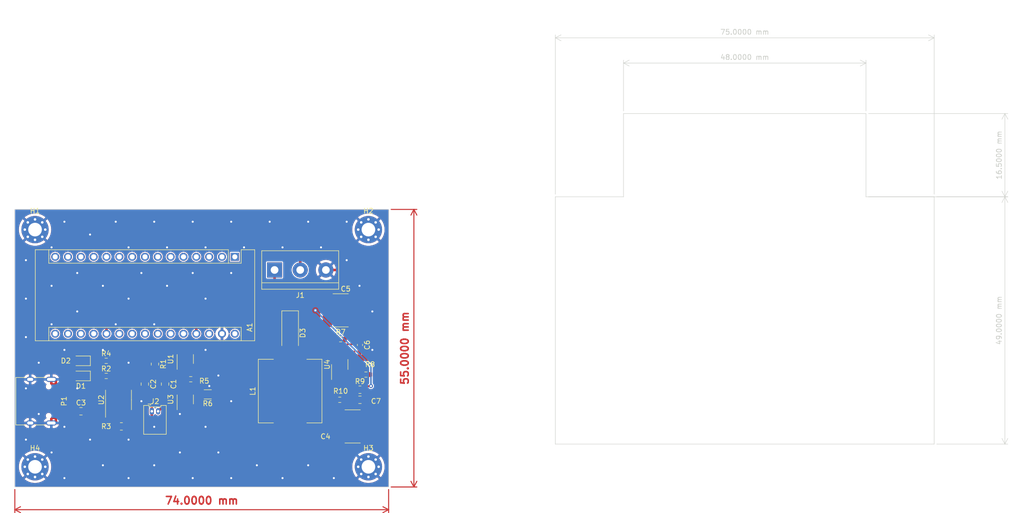
<source format=kicad_pcb>
(kicad_pcb (version 20211014) (generator pcbnew)
  (layers (0 "F.Cu" signal) (31 "B.Cu" signal) (34 "B.Paste" user) (35 "F.Paste" user) (36 "B.SilkS" user "B.Silkscreen") (37 "F.SilkS" user "F.Silkscreen") (38 "B.Mask" user) (39 "F.Mask" user) (44 "Edge.Cuts" user))
  (net 0 "")
  (net 20 "Net-(A1-Pad20)")
  (net 27 "/Vout")
  (net 29 "GND")
  (net 31 "Net-(C1-Pad1)")
  (net 32 "BAT-")
  (net 33 "BAT+")
  (net 34 "VIN")
  (net 35 "Net-(C6-Pad1)")
  (net 36 "Net-(C7-Pad2)")
  (net 37 "Net-(D1-Pad1)")
  (net 38 "Net-(D2-Pad1)")
  (net 39 "/L1")
  (net 44 "Net-(R2-Pad2)")
  (net 45 "Net-(R3-Pad1)")
  (net 46 "Net-(R4-Pad2)")
  (net 47 "Net-(R5-Pad2)")
  (net 48 "/OC")
  (net 49 "/G2")
  (net 50 "Net-(R8-Pad2)")
  (net 51 "/G1")
  (footprint "Module:Arduino_Nano" (layer "F.Cu") (at 70.05 82.39 -90)
    (fp_text reference "A1" (at 13.97 -2.95 90) (layer "F.SilkS"))
    (fp_text value "Arduino_Nano_v3.x")
    (pad "1" thru_hole rect (at 0 0 270) (size 1.6 1.6) (drill 1) (layers *.Cu *.Mask))
    (pad "2" thru_hole oval (at 0 2.54 270) (size 1.6 1.6) (drill 1) (layers *.Cu *.Mask))
    (pad "3" thru_hole oval (at 0 5.08 270) (size 1.6 1.6) (drill 1) (layers *.Cu *.Mask))
    (pad "4" thru_hole oval (at 0 7.62 270) (size 1.6 1.6) (drill 1) (layers *.Cu *.Mask))
    (pad "5" thru_hole oval (at 0 10.16 270) (size 1.6 1.6) (drill 1) (layers *.Cu *.Mask))
    (pad "6" thru_hole oval (at 0 12.7 270) (size 1.6 1.6) (drill 1) (layers *.Cu *.Mask))
    (pad "7" thru_hole oval (at 0 15.24 270) (size 1.6 1.6) (drill 1) (layers *.Cu *.Mask))
    (pad "8" thru_hole oval (at 0 17.78 270) (size 1.6 1.6) (drill 1) (layers *.Cu *.Mask))
    (pad "9" thru_hole oval (at 0 20.32 270) (size 1.6 1.6) (drill 1) (layers *.Cu *.Mask))
    (pad "10" thru_hole oval (at 0 22.86 270) (size 1.6 1.6) (drill 1) (layers *.Cu *.Mask))
    (pad "11" thru_hole oval (at 0 25.4 270) (size 1.6 1.6) (drill 1) (layers *.Cu *.Mask))
    (pad "12" thru_hole oval (at 0 27.94 270) (size 1.6 1.6) (drill 1) (layers *.Cu *.Mask))
    (pad "13" thru_hole oval (at 0 30.48 270) (size 1.6 1.6) (drill 1) (layers *.Cu *.Mask))
    (pad "14" thru_hole oval (at 0 33.02 270) (size 1.6 1.6) (drill 1) (layers *.Cu *.Mask))
    (pad "15" thru_hole oval (at 0 35.56 270) (size 1.6 1.6) (drill 1) (layers *.Cu *.Mask))
    (pad "16" thru_hole oval (at 15.24 35.56 270) (size 1.6 1.6) (drill 1) (layers *.Cu *.Mask))
    (pad "17" thru_hole oval (at 15.24 33.02 270) (size 1.6 1.6) (drill 1) (layers *.Cu *.Mask))
    (pad "18" thru_hole oval (at 15.24 30.48 270) (size 1.6 1.6) (drill 1) (layers *.Cu *.Mask))
    (pad "19" thru_hole oval (at 15.24 27.94 270) (size 1.6 1.6) (drill 1) (layers *.Cu *.Mask))
    (pad "20" thru_hole oval (at 15.24 25.4 270) (size 1.6 1.6) (drill 1) (layers *.Cu *.Mask) (net 20 "Net-(A1-Pad20)"))
    (pad "21" thru_hole oval (at 15.24 22.86 270) (size 1.6 1.6) (drill 1) (layers *.Cu *.Mask))
    (pad "22" thru_hole oval (at 15.24 20.32 270) (size 1.6 1.6) (drill 1) (layers *.Cu *.Mask))
    (pad "23" thru_hole oval (at 15.24 17.78 270) (size 1.6 1.6) (drill 1) (layers *.Cu *.Mask))
    (pad "24" thru_hole oval (at 15.24 15.24 270) (size 1.6 1.6) (drill 1) (layers *.Cu *.Mask))
    (pad "25" thru_hole oval (at 15.24 12.7 270) (size 1.6 1.6) (drill 1) (layers *.Cu *.Mask))
    (pad "26" thru_hole oval (at 15.24 10.16 270) (size 1.6 1.6) (drill 1) (layers *.Cu *.Mask))
    (pad "27" thru_hole oval (at 15.24 7.62 270) (size 1.6 1.6) (drill 1) (layers *.Cu *.Mask) (net 27 "/Vout"))
    (pad "28" thru_hole oval (at 15.24 5.08 270) (size 1.6 1.6) (drill 1) (layers *.Cu *.Mask))
    (pad "29" thru_hole oval (at 15.24 2.54 270) (size 1.6 1.6) (drill 1) (layers *.Cu *.Mask) (net 29 "GND"))
    (pad "30" thru_hole oval (at 15.24 0 270) (size 1.6 1.6) (drill 1) (layers *.Cu *.Mask))
  )
  (footprint "Package_SO:VSSOP-8_3.0x3.0mm_P0.65mm" (layer "F.Cu") (at 90.825 103.725 90)
    (fp_text reference "U4" (at 0 -2.5 90) (layer "F.SilkS"))
    (fp_text value "LM2621")
    (pad "1" smd rect (at -2.2 -0.975) (size 0.45 1.45) (layers "F.Cu" "F.Paste" "F.Mask") (net 29 "GND"))
    (pad "2" smd rect (at -2.2 -0.325) (size 0.45 1.45) (layers "F.Cu" "F.Paste" "F.Mask") (net 35 "Net-(C6-Pad1)"))
    (pad "3" smd rect (at -2.2 0.325) (size 0.45 1.45) (layers "F.Cu" "F.Paste" "F.Mask") (net 50 "Net-(R8-Pad2)"))
    (pad "4" smd rect (at -2.2 0.975) (size 0.45 1.45) (layers "F.Cu" "F.Paste" "F.Mask") (net 36 "Net-(C7-Pad2)"))
    (pad "5" smd rect (at 2.2 0.975) (size 0.45 1.45) (layers "F.Cu" "F.Paste" "F.Mask") (net 29 "GND"))
    (pad "6" smd rect (at 2.2 0.325) (size 0.45 1.45) (layers "F.Cu" "F.Paste" "F.Mask") (net 35 "Net-(C6-Pad1)"))
    (pad "7" smd rect (at 2.2 -0.325) (size 0.45 1.45) (layers "F.Cu" "F.Paste" "F.Mask") (net 27 "/Vout"))
    (pad "8" smd rect (at 2.2 -0.975) (size 0.45 1.45) (layers "F.Cu" "F.Paste" "F.Mask") (net 39 "/L1"))
  )
  (footprint "Resistor_SMD:R_0603_1608Metric_Pad0.98x0.95mm_HandSolder" (layer "F.Cu") (at 61.330961 106.65 180)
    (fp_text reference "R5" (at -2.669039 -0.35) (layer "F.SilkS"))
    (fp_text value "1k")
    (pad "1" smd roundrect (at -0.9125 0 180) (size 0.975 0.95) (layers "F.Cu" "F.Paste" "F.Mask") (net 29 "GND"))
    (pad "2" smd roundrect (at 0.9125 0 180) (size 0.975 0.95) (layers "F.Cu" "F.Paste" "F.Mask") (net 47 "Net-(R5-Pad2)"))
  )
  (footprint "Inductor_SMD:L_12x12mm_H8mm" (layer "F.Cu") (at 81 109 90)
    (fp_text reference "L1" (at 0 -7.4 90) (layer "F.SilkS"))
    (fp_text value "6,8uH")
    (pad "1" smd rect (at -4.95 0 90) (size 2.9 5.4) (layers "F.Cu" "F.Paste" "F.Mask") (net 33 "BAT+"))
    (pad "2" smd rect (at 4.95 0 90) (size 2.9 5.4) (layers "F.Cu" "F.Paste" "F.Mask") (net 39 "/L1"))
  )
  (footprint "Capacitor_SMD:C_2225_5664Metric_Pad1.80x6.60mm_HandSolder" (layer "F.Cu") (at 93.375 116)
    (fp_text reference "C4" (at -5.375 2) (layer "F.SilkS"))
    (fp_text value "22uF")
    (pad "1" smd roundrect (at -2.625 0) (size 1.8 6.6) (layers "F.Cu" "F.Paste" "F.Mask") (roundrect_rratio 0.138889) (net 33 "BAT+"))
    (pad "2" smd roundrect (at 2.625 0) (size 1.8 6.6) (layers "F.Cu" "F.Paste" "F.Mask") (roundrect_rratio 0.138889) (net 29 "GND"))
  )
  (footprint "Capacitor_SMD:C_0805_2012Metric_Pad1.18x1.45mm_HandSolder" (layer "F.Cu") (at 39.593461 113)
    (fp_text reference "C3" (at 0 -1.68) (layer "F.SilkS"))
    (fp_text value "0.1uF")
    (pad "1" smd roundrect (at -1.0375 0) (size 1.175 1.45) (layers "F.Cu" "F.Paste" "F.Mask") (roundrect_rratio 0.212766) (net 34 "VIN"))
    (pad "2" smd roundrect (at 1.0375 0) (size 1.175 1.45) (layers "F.Cu" "F.Paste" "F.Mask") (roundrect_rratio 0.212766) (net 29 "GND"))
  )
  (footprint "Resistor_SMD:R_0603_1608Metric_Pad0.98x0.95mm_HandSolder" (layer "F.Cu") (at 44.593461 103)
    (fp_text reference "R4" (at 0 -1.43) (layer "F.SilkS"))
    (fp_text value "1k")
    (pad "1" smd roundrect (at -0.9125 0) (size 0.975 0.95) (layers "F.Cu" "F.Paste" "F.Mask") (net 38 "Net-(D2-Pad1)"))
    (pad "2" smd roundrect (at 0.9125 0) (size 0.975 0.95) (layers "F.Cu" "F.Paste" "F.Mask") (net 46 "Net-(R4-Pad2)"))
  )
  (footprint "Resistor_SMD:R_0805_2012Metric_Pad1.20x1.40mm_HandSolder" (layer "F.Cu") (at 94.825 108.725)
    (fp_text reference "R9" (at 0 -1.65) (layer "F.SilkS"))
    (fp_text value "150K")
    (pad "1" smd roundrect (at -1 0) (size 1.2 1.4) (layers "F.Cu" "F.Paste" "F.Mask") (roundrect_rratio 0.208333) (net 36 "Net-(C7-Pad2)"))
    (pad "2" smd roundrect (at 1 0) (size 1.2 1.4) (layers "F.Cu" "F.Paste" "F.Mask") (roundrect_rratio 0.208333) (net 27 "/Vout"))
  )
  (footprint "Resistor_SMD:R_0805_2012Metric_Pad1.20x1.40mm_HandSolder" (layer "F.Cu") (at 54.243461 103.65 -90)
    (fp_text reference "R1" (at 0 -1.65 90) (layer "F.SilkS"))
    (fp_text value "100")
    (pad "1" smd roundrect (at -1 0 270) (size 1.2 1.4) (layers "F.Cu" "F.Paste" "F.Mask") (roundrect_rratio 0.208333) (net 33 "BAT+"))
    (pad "2" smd roundrect (at 1 0 270) (size 1.2 1.4) (layers "F.Cu" "F.Paste" "F.Mask") (roundrect_rratio 0.208333) (net 31 "Net-(C1-Pad1)"))
  )
  (footprint "Package_TO_SOT_SMD:SOT-23-6_Handsoldering" (layer "F.Cu") (at 60.243461 110.65 90)
    (fp_text reference "U3" (at 0 -2.9 90) (layer "F.SilkS"))
    (fp_text value "FS8205A")
    (pad "1" smd rect (at -1.35 -0.95 90) (size 1.56 0.65) (layers "F.Cu" "F.Paste" "F.Mask") (net 32 "BAT-"))
    (pad "2" smd rect (at -1.35 0 90) (size 1.56 0.65) (layers "F.Cu" "F.Paste" "F.Mask"))
    (pad "3" smd rect (at -1.35 0.95 90) (size 1.56 0.65) (layers "F.Cu" "F.Paste" "F.Mask") (net 29 "GND"))
    (pad "4" smd rect (at 1.35 0.95 90) (size 1.56 0.65) (layers "F.Cu" "F.Paste" "F.Mask") (net 49 "/G2"))
    (pad "5" smd rect (at 1.35 0 90) (size 1.56 0.65) (layers "F.Cu" "F.Paste" "F.Mask"))
    (pad "6" smd rect (at 1.35 -0.95 90) (size 1.56 0.65) (layers "F.Cu" "F.Paste" "F.Mask") (net 51 "/G1"))
  )
  (footprint "Capacitor_SMD:C_0805_2012Metric_Pad1.18x1.45mm_HandSolder" (layer "F.Cu") (at 56.243461 107.6125 -90)
    (fp_text reference "C1" (at 0 -1.68 90) (layer "F.SilkS"))
    (fp_text value "0.1uF")
    (pad "1" smd roundrect (at -1.0375 0 270) (size 1.175 1.45) (layers "F.Cu" "F.Paste" "F.Mask") (roundrect_rratio 0.212766) (net 31 "Net-(C1-Pad1)"))
    (pad "2" smd roundrect (at 1.0375 0 270) (size 1.175 1.45) (layers "F.Cu" "F.Paste" "F.Mask") (roundrect_rratio 0.212766) (net 32 "BAT-"))
  )
  (footprint "Package_SO:SOIC-8-1EP_3.9x4.9mm_P1.27mm_EP2.29x3mm" (layer "F.Cu") (at 47.023461 110.75 90)
    (fp_text reference "U2" (at 0 -3.4 90) (layer "F.SilkS"))
    (fp_text value "TP4056")
    (pad "1" smd roundrect (at -2.475 -1.905 90) (size 1.95 0.6) (layers "F.Cu" "F.Paste" "F.Mask") (net 29 "GND"))
    (pad "2" smd roundrect (at -2.475 -0.635 90) (size 1.95 0.6) (layers "F.Cu" "F.Paste" "F.Mask") (net 45 "Net-(R3-Pad1)"))
    (pad "3" smd roundrect (at -2.475 0.635 90) (size 1.95 0.6) (layers "F.Cu" "F.Paste" "F.Mask") (net 29 "GND"))
    (pad "4" smd roundrect (at -2.475 1.905 90) (size 1.95 0.6) (layers "F.Cu" "F.Paste" "F.Mask") (net 34 "VIN"))
    (pad "5" smd roundrect (at 2.475 1.905 90) (size 1.95 0.6) (layers "F.Cu" "F.Paste" "F.Mask") (net 33 "BAT+"))
    (pad "6" smd roundrect (at 2.475 0.635 90) (size 1.95 0.6) (layers "F.Cu" "F.Paste" "F.Mask") (net 46 "Net-(R4-Pad2)"))
    (pad "7" smd roundrect (at 2.475 -0.635 90) (size 1.95 0.6) (layers "F.Cu" "F.Paste" "F.Mask") (net 44 "Net-(R2-Pad2)"))
    (pad "8" smd roundrect (at 2.475 -1.905 90) (size 1.95 0.6) (layers "F.Cu" "F.Paste" "F.Mask") (net 34 "VIN"))
    (pad "9" smd rect (at 0 0 90) (size 2.29 3) (layers "F.Cu" "F.Mask") (net 34 "VIN"))
  )
  (footprint "Connector_Molex:Molex_PicoBlade_53048-0210_1x02_P1.25mm_Horizontal" (layer "F.Cu") (at 53.618461 113)
    (fp_text reference "J2" (at 0.62 -1.95) (layer "F.SilkS"))
    (fp_text value "Conn_01x02_Female")
    (pad "1" thru_hole roundrect (at 0 0) (size 0.8 1.3) (drill 0.5) (layers *.Cu *.Mask) (net 33 "BAT+"))
    (pad "2" thru_hole oval (at 1.25 0) (size 0.8 1.3) (drill 0.5) (layers *.Cu *.Mask) (net 32 "BAT-"))
  )
  (footprint "MountingHole:MountingHole_2.7mm_Pad_Via" (layer "F.Cu") (at 96.5 77)
    (fp_text reference "H2" (at 0 -3.7) (layer "F.SilkS"))
    (fp_text value "MountingHole_Pad")
    (pad "1" thru_hole circle (at -2.025 0) (size 0.8 0.8) (drill 0.5) (layers *.Cu *.Mask) (net 29 "GND"))
    (pad "1" thru_hole circle (at -1.431891 -1.431891) (size 0.8 0.8) (drill 0.5) (layers *.Cu *.Mask) (net 29 "GND"))
    (pad "1" thru_hole circle (at 2.025 0) (size 0.8 0.8) (drill 0.5) (layers *.Cu *.Mask) (net 29 "GND"))
    (pad "1" thru_hole circle (at 0 0) (size 5.4 5.4) (drill 2.7) (layers *.Cu *.Mask) (net 29 "GND"))
    (pad "1" thru_hole circle (at -1.431891 1.431891) (size 0.8 0.8) (drill 0.5) (layers *.Cu *.Mask) (net 29 "GND"))
    (pad "1" thru_hole circle (at 1.431891 -1.431891) (size 0.8 0.8) (drill 0.5) (layers *.Cu *.Mask) (net 29 "GND"))
    (pad "1" thru_hole circle (at 0 2.025) (size 0.8 0.8) (drill 0.5) (layers *.Cu *.Mask) (net 29 "GND"))
    (pad "1" thru_hole circle (at 1.431891 1.431891) (size 0.8 0.8) (drill 0.5) (layers *.Cu *.Mask) (net 29 "GND"))
    (pad "1" thru_hole circle (at 0 -2.025) (size 0.8 0.8) (drill 0.5) (layers *.Cu *.Mask) (net 29 "GND"))
  )
  (footprint "Capacitor_SMD:C_2225_5664Metric_Pad1.80x6.60mm_HandSolder" (layer "F.Cu") (at 91 93)
    (fp_text reference "C5" (at 1 -4.25) (layer "F.SilkS"))
    (fp_text value "68uF")
    (pad "1" smd roundrect (at -2.625 0) (size 1.8 6.6) (layers "F.Cu" "F.Paste" "F.Mask") (roundrect_rratio 0.138889) (net 27 "/Vout"))
    (pad "2" smd roundrect (at 2.625 0) (size 1.8 6.6) (layers "F.Cu" "F.Paste" "F.Mask") (roundrect_rratio 0.138889) (net 29 "GND"))
  )
  (footprint "Connector_USB:USB_C_Receptacle_HRO_TYPE-C-31-M-12" (layer "F.Cu") (at 30.593461 111 -90)
    (fp_text reference "P1" (at 0 -5.645 90) (layer "F.SilkS"))
    (fp_text value "USB_C_Plug_USB2.0")
    (pad "" np_thru_hole circle (at 2.89 -2.6 270) (size 0.65 0.65) (drill 0.65) (layers *.Cu *.Mask))
    (pad "" np_thru_hole circle (at -2.89 -2.6 270) (size 0.65 0.65) (drill 0.65) (layers *.Cu *.Mask))
    (pad "A1" smd rect (at -3.25 -4.045 270) (size 0.6 1.45) (layers "F.Cu" "F.Paste" "F.Mask") (net 29 "GND"))
    (pad "A4" smd rect (at -2.45 -4.045 270) (size 0.6 1.45) (layers "F.Cu" "F.Paste" "F.Mask") (net 34 "VIN"))
    (pad "A5" smd rect (at -1.25 -4.045 270) (size 0.3 1.45) (layers "F.Cu" "F.Paste" "F.Mask"))
    (pad "A6" smd rect (at -0.25 -4.045 270) (size 0.3 1.45) (layers "F.Cu" "F.Paste" "F.Mask"))
    (pad "A7" smd rect (at 0.25 -4.045 270) (size 0.3 1.45) (layers "F.Cu" "F.Paste" "F.Mask"))
    (pad "A8" smd rect (at 1.25 -4.045 270) (size 0.3 1.45) (layers "F.Cu" "F.Paste" "F.Mask"))
    (pad "A9" smd rect (at 2.45 -4.045 270) (size 0.6 1.45) (layers "F.Cu" "F.Paste" "F.Mask") (net 34 "VIN"))
    (pad "A12" smd rect (at 3.25 -4.045 270) (size 0.6 1.45) (layers "F.Cu" "F.Paste" "F.Mask") (net 29 "GND"))
    (pad "B1" smd rect (at 3.25 -4.045 270) (size 0.6 1.45) (layers "F.Cu" "F.Paste" "F.Mask") (net 29 "GND"))
    (pad "B4" smd rect (at 2.45 -4.045 270) (size 0.6 1.45) (layers "F.Cu" "F.Paste" "F.Mask") (net 34 "VIN"))
    (pad "B5" smd rect (at 1.75 -4.045 270) (size 0.3 1.45) (layers "F.Cu" "F.Paste" "F.Mask"))
    (pad "B6" smd rect (at 0.75 -4.045 270) (size 0.3 1.45) (layers "F.Cu" "F.Paste" "F.Mask"))
    (pad "B7" smd rect (at -0.75 -4.045 270) (size 0.3 1.45) (layers "F.Cu" "F.Paste" "F.Mask"))
    (pad "B8" smd rect (at -1.75 -4.045 270) (size 0.3 1.45) (layers "F.Cu" "F.Paste" "F.Mask"))
    (pad "B9" smd rect (at -2.45 -4.045 270) (size 0.6 1.45) (layers "F.Cu" "F.Paste" "F.Mask") (net 34 "VIN"))
    (pad "B12" smd rect (at -3.25 -4.045 270) (size 0.6 1.45) (layers "F.Cu" "F.Paste" "F.Mask") (net 29 "GND"))
    (pad "S1" thru_hole oval (at -4.32 1.05 270) (size 1 1.6) (drill oval 0.6 1.2) (layers *.Cu *.Mask) (net 29 "GND"))
    (pad "S1" thru_hole oval (at -4.32 -3.13 270) (size 1 2.1) (drill oval 0.6 1.7) (layers *.Cu *.Mask) (net 29 "GND"))
    (pad "S1" thru_hole oval (at 4.32 1.05 270) (size 1 1.6) (drill oval 0.6 1.2) (layers *.Cu *.Mask) (net 29 "GND"))
    (pad "S1" thru_hole oval (at 4.32 -3.13 270) (size 1 2.1) (drill oval 0.6 1.7) (layers *.Cu *.Mask) (net 29 "GND"))
  )
  (footprint "TerminalBlock:TerminalBlock_bornier-3_P5.08mm" (layer "F.Cu") (at 77.92 85)
    (fp_text reference "J1" (at 5.08 5) (layer "F.SilkS"))
    (fp_text value "Screw_Terminal_01x03")
    (pad "1" thru_hole rect (at 0 0) (size 3 3) (drill 1.52) (layers *.Cu *.Mask) (net 27 "/Vout"))
    (pad "2" thru_hole circle (at 5.08 0) (size 3 3) (drill 1.52) (layers *.Cu *.Mask) (net 20 "Net-(A1-Pad20)"))
    (pad "3" thru_hole circle (at 10.16 0) (size 3 3) (drill 1.52) (layers *.Cu *.Mask) (net 29 "GND"))
  )
  (footprint "Capacitor_SMD:C_0603_1608Metric_Pad1.08x0.95mm_HandSolder" (layer "F.Cu") (at 94.825 99.8625 -90)
    (fp_text reference "C6" (at 0 -1.43 -270) (layer "F.SilkS"))
    (fp_text value "100nF")
    (pad "1" smd roundrect (at -0.8625 0 270) (size 1.075 0.95) (layers "F.Cu" "F.Paste" "F.Mask") (net 35 "Net-(C6-Pad1)"))
    (pad "2" smd roundrect (at 0.8625 0 270) (size 1.075 0.95) (layers "F.Cu" "F.Paste" "F.Mask") (net 29 "GND"))
  )
  (footprint "Capacitor_SMD:C_0805_2012Metric_Pad1.18x1.45mm_HandSolder" (layer "F.Cu") (at 94.825 110.725 180)
    (fp_text reference "C7" (at -3.175 -0.275) (layer "F.SilkS"))
    (fp_text value "39pF")
    (pad "1" smd roundrect (at -1.0375 0 180) (size 1.175 1.45) (layers "F.Cu" "F.Paste" "F.Mask") (roundrect_rratio 0.212766) (net 27 "/Vout"))
    (pad "2" smd roundrect (at 1.0375 0 180) (size 1.175 1.45) (layers "F.Cu" "F.Paste" "F.Mask") (roundrect_rratio 0.212766) (net 36 "Net-(C7-Pad2)"))
  )
  (footprint "MountingHole:MountingHole_2.7mm_Pad_Via" (layer "F.Cu") (at 30.5 77)
    (fp_text reference "H1" (at 0 -3.7) (layer "F.SilkS"))
    (fp_text value "MountingHole_Pad")
    (pad "1" thru_hole circle (at -2.025 0) (size 0.8 0.8) (drill 0.5) (layers *.Cu *.Mask) (net 29 "GND"))
    (pad "1" thru_hole circle (at -1.431891 -1.431891) (size 0.8 0.8) (drill 0.5) (layers *.Cu *.Mask) (net 29 "GND"))
    (pad "1" thru_hole circle (at 1.431891 1.431891) (size 0.8 0.8) (drill 0.5) (layers *.Cu *.Mask) (net 29 "GND"))
    (pad "1" thru_hole circle (at 0 -2.025) (size 0.8 0.8) (drill 0.5) (layers *.Cu *.Mask) (net 29 "GND"))
    (pad "1" thru_hole circle (at -1.431891 1.431891) (size 0.8 0.8) (drill 0.5) (layers *.Cu *.Mask) (net 29 "GND"))
    (pad "1" thru_hole circle (at 0 0) (size 5.4 5.4) (drill 2.7) (layers *.Cu *.Mask) (net 29 "GND"))
    (pad "1" thru_hole circle (at 2.025 0) (size 0.8 0.8) (drill 0.5) (layers *.Cu *.Mask) (net 29 "GND"))
    (pad "1" thru_hole circle (at 1.431891 -1.431891) (size 0.8 0.8) (drill 0.5) (layers *.Cu *.Mask) (net 29 "GND"))
    (pad "1" thru_hole circle (at 0 2.025) (size 0.8 0.8) (drill 0.5) (layers *.Cu *.Mask) (net 29 "GND"))
  )
  (footprint "Resistor_SMD:R_0603_1608Metric" (layer "F.Cu") (at 91 98.725)
    (fp_text reference "R7" (at 0 -1.43) (layer "F.SilkS"))
    (fp_text value "500R")
    (pad "1" smd roundrect (at -0.825 0) (size 0.8 0.95) (layers "F.Cu" "F.Paste" "F.Mask") (net 27 "/Vout"))
    (pad "2" smd roundrect (at 0.825 0) (size 0.8 0.95) (layers "F.Cu" "F.Paste" "F.Mask") (net 35 "Net-(C6-Pad1)"))
  )
  (footprint "MountingHole:MountingHole_2.7mm_Pad_Via" (layer "F.Cu") (at 30.5 124)
    (fp_text reference "H4" (at 0 -3.7) (layer "F.SilkS"))
    (fp_text value "MountingHole_Pad")
    (pad "1" thru_hole circle (at 1.431891 -1.431891) (size 0.8 0.8) (drill 0.5) (layers *.Cu *.Mask) (net 29 "GND"))
    (pad "1" thru_hole circle (at -1.431891 1.431891) (size 0.8 0.8) (drill 0.5) (layers *.Cu *.Mask) (net 29 "GND"))
    (pad "1" thru_hole circle (at 0 2.025) (size 0.8 0.8) (drill 0.5) (layers *.Cu *.Mask) (net 29 "GND"))
    (pad "1" thru_hole circle (at 1.431891 1.431891) (size 0.8 0.8) (drill 0.5) (layers *.Cu *.Mask) (net 29 "GND"))
    (pad "1" thru_hole circle (at 0 0) (size 5.4 5.4) (drill 2.7) (layers *.Cu *.Mask) (net 29 "GND"))
    (pad "1" thru_hole circle (at -1.431891 -1.431891) (size 0.8 0.8) (drill 0.5) (layers *.Cu *.Mask) (net 29 "GND"))
    (pad "1" thru_hole circle (at -2.025 0) (size 0.8 0.8) (drill 0.5) (layers *.Cu *.Mask) (net 29 "GND"))
    (pad "1" thru_hole circle (at 0 -2.025) (size 0.8 0.8) (drill 0.5) (layers *.Cu *.Mask) (net 29 "GND"))
    (pad "1" thru_hole circle (at 2.025 0) (size 0.8 0.8) (drill 0.5) (layers *.Cu *.Mask) (net 29 "GND"))
  )
  (footprint "MountingHole:MountingHole_2.7mm_Pad_Via" (layer "F.Cu") (at 96.5 124)
    (fp_text reference "H3" (at 0 -3.7) (layer "F.SilkS"))
    (fp_text value "MountingHole_Pad")
    (pad "1" thru_hole circle (at -1.431891 1.431891) (size 0.8 0.8) (drill 0.5) (layers *.Cu *.Mask) (net 29 "GND"))
    (pad "1" thru_hole circle (at 0 2.025) (size 0.8 0.8) (drill 0.5) (layers *.Cu *.Mask) (net 29 "GND"))
    (pad "1" thru_hole circle (at 0 -2.025) (size 0.8 0.8) (drill 0.5) (layers *.Cu *.Mask) (net 29 "GND"))
    (pad "1" thru_hole circle (at -2.025 0) (size 0.8 0.8) (drill 0.5) (layers *.Cu *.Mask) (net 29 "GND"))
    (pad "1" thru_hole circle (at 0 0) (size 5.4 5.4) (drill 2.7) (layers *.Cu *.Mask) (net 29 "GND"))
    (pad "1" thru_hole circle (at -1.431891 -1.431891) (size 0.8 0.8) (drill 0.5) (layers *.Cu *.Mask) (net 29 "GND"))
    (pad "1" thru_hole circle (at 1.431891 1.431891) (size 0.8 0.8) (drill 0.5) (layers *.Cu *.Mask) (net 29 "GND"))
    (pad "1" thru_hole circle (at 2.025 0) (size 0.8 0.8) (drill 0.5) (layers *.Cu *.Mask) (net 29 "GND"))
    (pad "1" thru_hole circle (at 1.431891 -1.431891) (size 0.8 0.8) (drill 0.5) (layers *.Cu *.Mask) (net 29 "GND"))
  )
  (footprint "Capacitor_SMD:C_0805_2012Metric_Pad1.18x1.45mm_HandSolder" (layer "F.Cu") (at 52.243461 107.6125 -90)
    (fp_text reference "C2" (at 0 -1.68 90) (layer "F.SilkS"))
    (fp_text value "10uF")
    (pad "1" smd roundrect (at -1.0375 0 270) (size 1.175 1.45) (layers "F.Cu" "F.Paste" "F.Mask") (roundrect_rratio 0.212766) (net 33 "BAT+"))
    (pad "2" smd roundrect (at 1.0375 0 270) (size 1.175 1.45) (layers "F.Cu" "F.Paste" "F.Mask") (roundrect_rratio 0.212766) (net 29 "GND"))
  )
  (footprint "Resistor_SMD:R_0805_2012Metric_Pad1.20x1.40mm_HandSolder" (layer "F.Cu") (at 47.593461 116)
    (fp_text reference "R3" (at -3 0) (layer "F.SilkS"))
    (fp_text value "10k")
    (pad "1" smd roundrect (at -1 0) (size 1.2 1.4) (layers "F.Cu" "F.Paste" "F.Mask") (roundrect_rratio 0.208333) (net 45 "Net-(R3-Pad1)"))
    (pad "2" smd roundrect (at 1 0) (size 1.2 1.4) (layers "F.Cu" "F.Paste" "F.Mask") (roundrect_rratio 0.208333) (net 29 "GND"))
  )
  (footprint "Package_TO_SOT_SMD:SOT-23-6_Handsoldering" (layer "F.Cu") (at 60.243461 102.65 90)
    (fp_text reference "U1" (at 0 -2.9 90) (layer "F.SilkS"))
    (fp_text value "DW01")
    (pad "1" smd rect (at -1.35 -0.95 90) (size 1.56 0.65) (layers "F.Cu" "F.Paste" "F.Mask") (net 51 "/G1"))
    (pad "2" smd rect (at -1.35 0 90) (size 1.56 0.65) (layers "F.Cu" "F.Paste" "F.Mask") (net 47 "Net-(R5-Pad2)"))
    (pad "3" smd rect (at -1.35 0.95 90) (size 1.56 0.65) (layers "F.Cu" "F.Paste" "F.Mask") (net 48 "/OC"))
    (pad "4" smd rect (at 1.35 0.95 90) (size 1.56 0.65) (layers "F.Cu" "F.Paste" "F.Mask"))
    (pad "5" smd rect (at 1.35 0 90) (size 1.56 0.65) (layers "F.Cu" "F.Paste" "F.Mask") (net 31 "Net-(C1-Pad1)"))
    (pad "6" smd rect (at 1.35 -0.95 90) (size 1.56 0.65) (layers "F.Cu" "F.Paste" "F.Mask") (net 32 "BAT-"))
  )
  (footprint "Resistor_SMD:R_0603_1608Metric" (layer "F.Cu") (at 96 105.725 180)
    (fp_text reference "R8" (at -0.825 2) (layer "F.SilkS"))
    (fp_text value "200K")
    (pad "1" smd roundrect (at -0.825 0 180) (size 0.8 0.95) (layers "F.Cu" "F.Paste" "F.Mask") (net 35 "Net-(C6-Pad1)"))
    (pad "2" smd roundrect (at 0.825 0 180) (size 0.8 0.95) (layers "F.Cu" "F.Paste" "F.Mask") (net 50 "Net-(R8-Pad2)"))
  )
  (footprint "Resistor_SMD:R_0603_1608Metric" (layer "F.Cu") (at 90.825 110.725 180)
    (fp_text reference "R10" (at -0.175 1.725 180) (layer "F.SilkS"))
    (fp_text value "50K")
    (pad "1" smd roundrect (at -0.825 0 180) (size 0.8 0.95) (layers "F.Cu" "F.Paste" "F.Mask") (net 36 "Net-(C7-Pad2)"))
    (pad "2" smd roundrect (at 0.825 0 180) (size 0.8 0.95) (layers "F.Cu" "F.Paste" "F.Mask") (net 29 "GND"))
  )
  (footprint "Diode_SMD:D_SMA_Handsoldering" (layer "F.Cu") (at 81 97.5 -90)
    (fp_text reference "D3" (at 0 -2.5 -270) (layer "F.SilkS"))
    (fp_text value "SS34")
    (pad "1" smd rect (at -2.5 0 270) (size 3.5 1.8) (layers "F.Cu" "F.Paste" "F.Mask") (net 27 "/Vout"))
    (pad "2" smd rect (at 2.5 0 270) (size 3.5 1.8) (layers "F.Cu" "F.Paste" "F.Mask") (net 39 "/L1"))
  )
  (footprint "LED_SMD:LED_0805_2012Metric_Pad1.15x1.40mm_HandSolder" (layer "F.Cu") (at 39.593461 103 180)
    (fp_text reference "D2" (at 3 0) (layer "F.SilkS"))
    (fp_text value "GREEN")
    (pad "1" smd roundrect (at -1.025 0 180) (size 1.15 1.4) (layers "F.Cu" "F.Paste" "F.Mask") (roundrect_rratio 0.217391) (net 38 "Net-(D2-Pad1)"))
    (pad "2" smd roundrect (at 1.025 0 180) (size 1.15 1.4) (layers "F.Cu" "F.Paste" "F.Mask") (roundrect_rratio 0.217391) (net 34 "VIN"))
  )
  (footprint "Resistor_SMD:R_0603_1608Metric_Pad0.98x0.95mm_HandSolder" (layer "F.Cu") (at 44.593461 106)
    (fp_text reference "R2" (at 0 -1.43) (layer "F.SilkS"))
    (fp_text value "1k")
    (pad "1" smd roundrect (at -0.9125 0) (size 0.975 0.95) (layers "F.Cu" "F.Paste" "F.Mask") (net 37 "Net-(D1-Pad1)"))
    (pad "2" smd roundrect (at 0.9125 0) (size 0.975 0.95) (layers "F.Cu" "F.Paste" "F.Mask") (net 44 "Net-(R2-Pad2)"))
  )
  (footprint "LED_SMD:LED_0805_2012Metric_Pad1.15x1.40mm_HandSolder" (layer "F.Cu") (at 39.593461 106 180)
    (fp_text reference "D1" (at 0 -2) (layer "F.SilkS"))
    (fp_text value "RED")
    (pad "1" smd roundrect (at -1.025 0 180) (size 1.15 1.4) (layers "F.Cu" "F.Paste" "F.Mask") (roundrect_rratio 0.217391) (net 37 "Net-(D1-Pad1)"))
    (pad "2" smd roundrect (at 1.025 0 180) (size 1.15 1.4) (layers "F.Cu" "F.Paste" "F.Mask") (roundrect_rratio 0.217391) (net 34 "VIN"))
  )
  (footprint "Resistor_SMD:R_1206_3216Metric_Pad1.30x1.75mm_HandSolder" (layer "F.Cu") (at 64.693461 109.65 180)
    (fp_text reference "R6" (at 0 -1.82) (layer "F.SilkS"))
    (fp_text value "0R")
    (pad "1" smd roundrect (at -1.55 0 180) (size 1.3 1.75) (layers "F.Cu" "F.Paste" "F.Mask") (roundrect_rratio 0.192308) (net 48 "/OC"))
    (pad "2" smd roundrect (at 1.55 0 180) (size 1.3 1.75) (layers "F.Cu" "F.Paste" "F.Mask") (roundrect_rratio 0.192308) (net 49 "/G2"))
  )
  (gr_line (start 147 54) (end 195 54) (layer "Edge.Cuts") (width 0.1))
  (gr_line (start 208.5 119.5) (end 133.5 119.5) (layer "Edge.Cuts") (width 0.1))
  (gr_line (start 195 70.5) (end 208.5 70.5) (layer "Edge.Cuts") (width 0.1))
  (gr_line (start 208.5 70.5) (end 208.5 119.5) (layer "Edge.Cuts") (width 0.1))
  (gr_line (start 195 54) (end 195 70.5) (layer "Edge.Cuts") (width 0.1))
  (gr_line (start 133.5 70.5) (end 147 70.5) (layer "Edge.Cuts") (width 0.1))
  (gr_rect (start 26.5 73) (end 100.5 128) (layer "Edge.Cuts") (width 0.1) (fill none))
  (gr_line (start 147 70.5) (end 147 54) (layer "Edge.Cuts") (width 0.1))
  (gr_line (start 133.5 119.5) (end 133.5 70.5) (layer "Edge.Cuts") (width 0.1))
  (dimension (type aligned) (layer "F.Cu") (pts (xy 26.5 128) (xy 100.5 128)) (height 4.499999) (gr_text "74,0000 mm" (at 63.5 130.699999) (layer "F.Cu") (effects (font (size 1.5 1.5) (thickness 0.3)))) (format (units 3) (units_format 1) (precision 4)) (style (thickness 0.2) (arrow_length 1.27) (text_position_mode 0) (extension_height 0.58642) (extension_offset 0.5) keep_text_aligned))
  (dimension (type aligned) (layer "F.Cu") (pts (xy 100.5 128) (xy 100.5 73)) (height 5) (gr_text "55,0000 mm" (at 103.7 100.5 90) (layer "F.Cu") (effects (font (size 1.5 1.5) (thickness 0.3)))) (format (units 3) (units_format 1) (precision 4)) (style (thickness 0.2) (arrow_length 1.27) (text_position_mode 0) (extension_height 0.58642) (extension_offset 0.5) keep_text_aligned))
  (dimension (type aligned) (layer "Edge.Cuts") (pts (xy 147 54) (xy 195 54)) (height -10) (gr_text "48,0000 mm" (at 171 42.85) (layer "Edge.Cuts") (effects (font (size 1 1) (thickness 0.15)))) (format (units 3) (units_format 1) (precision 4)) (style (thickness 0.1) (arrow_length 1.27) (text_position_mode 0) (extension_height 0.58642) (extension_offset 0.5) keep_text_aligned))
  (dimension (type aligned) (layer "Edge.Cuts") (pts (xy 133.5 70.5) (xy 208.5 70.5)) (height -31.5) (gr_text "75,0000 mm" (at 171 37.85) (layer "Edge.Cuts") (effects (font (size 1 1) (thickness 0.15)))) (format (units 3) (units_format 1) (precision 4)) (style (thickness 0.1) (arrow_length 1.27) (text_position_mode 0) (extension_height 0.58642) (extension_offset 0.5) keep_text_aligned))
  (dimension (type aligned) (layer "Edge.Cuts") (pts (xy 208.5 70.5) (xy 208.5 119.5)) (height -14) (gr_text "49,0000 mm" (at 221.35 95 90) (layer "Edge.Cuts") (effects (font (size 1 1) (thickness 0.15)))) (format (units 3) (units_format 1) (precision 4)) (style (thickness 0.1) (arrow_length 1.27) (text_position_mode 0) (extension_height 0.58642) (extension_offset 0.5) keep_text_aligned))
  (dimension (type aligned) (layer "Edge.Cuts") (pts (xy 195 54) (xy 195 70.5)) (height -27.5) (gr_text "16,5000 mm" (at 221.35 62.25 90) (layer "Edge.Cuts") (effects (font (size 1 1) (thickness 0.15)))) (format (units 3) (units_format 1) (precision 4)) (style (thickness 0.1) (arrow_length 1.27) (text_position_mode 0) (extension_height 0.58642) (extension_offset 0.5) keep_text_aligned))
  (segment (start 47 93) (end 44.65 95.35) (width 0.5) (layer "F.Cu") (net 20))
  (segment (start 76 82) (end 65 93) (width 0.5) (layer "F.Cu") (net 20))
  (segment (start 82 82) (end 76 82) (width 0.5) (layer "F.Cu") (net 20))
  (segment (start 44.65 95.35) (end 44.65 97.63) (width 0.5) (layer "F.Cu") (net 20))
  (segment (start 83 83) (end 82 82) (width 0.5) (layer "F.Cu") (net 20))
  (segment (start 83 85) (end 83 83) (width 0.5) (layer "F.Cu") (net 20))
  (segment (start 65 93) (end 47 93) (width 0.5) (layer "F.Cu") (net 20))
  (segment (start 90.175 98.725) (end 90.5 99.05) (width 0.3) (layer "F.Cu") (net 27))
  (segment (start 64 95) (end 78 95) (width 0.5) (layer "F.Cu") (net 27))
  (segment (start 90.5 99.05) (end 90.5 101.525) (width 0.3) (layer "F.Cu") (net 27))
  (segment (start 90.175 98.725) (end 87.725 98.725) (width 0.5) (layer "F.Cu") (net 27))
  (segment (start 77.92 94.92) (end 78 95) (width 0.5) (layer "F.Cu") (net 27))
  (segment (start 78 95) (end 81 95) (width 0.5) (layer "F.Cu") (net 27))
  (segment (start 87.725 98.725) (end 86 97) (width 0.5) (layer "F.Cu") (net 27))
  (segment (start 86 97) (end 86 93) (width 0.5) (layer "F.Cu") (net 27))
  (segment (start 95.8625 110.725) (end 95.8625 108.7625) (width 0.5) (layer "F.Cu") (net 27))
  (segment (start 97 108) (end 96.55 108) (width 0.3) (layer "F.Cu") (net 27))
  (segment (start 77.92 85) (end 77.92 94.92) (width 0.5) (layer "F.Cu") (net 27))
  (segment (start 62.43 97.63) (end 62.43 96.57) (width 0.5) (layer "F.Cu") (net 27))
  (segment (start 96.55 108) (end 95.825 108.725) (width 0.3) (layer "F.Cu") (net 27))
  (segment (start 62.43 96.57) (end 64 95) (width 0.5) (layer "F.Cu") (net 27))
  (via (at 86 93) (size 0.8) (drill 0.4) (layers "F.Cu" "B.Cu") (net 27))
  (via (at 97 108) (size 0.8) (drill 0.4) (layers "F.Cu" "B.Cu") (net 27))
  (segment (start 97 104) (end 97 108) (width 0.3) (layer "B.Cu") (net 27))
  (segment (start 86 93) (end 97 104) (width 0.3) (layer "B.Cu") (net 27))
  (segment (start 91.12452 111.84952) (end 97.84952 111.84952) (width 0.3) (layer "F.Cu") (net 29))
  (segment (start 92 85) (end 93.625 86.625) (width 0.5) (layer "F.Cu") (net 29))
  (segment (start 40.630961 114.130961) (end 40.511922 114.25) (width 0.5) (layer "F.Cu") (net 29))
  (segment (start 98 116) (end 96 116) (width 0.3) (layer "F.Cu") (net 29))
  (segment (start 47.658461 114.658461) (end 47.658461 113.225) (width 0.3) (layer "F.Cu") (net 29))
  (segment (start 90 110.725) (end 91.12452 111.84952) (width 0.3) (layer "F.Cu") (net 29))
  (segment (start 88.08 85) (end 92 85) (width 0.5) (layer "F.Cu") (net 29))
  (segment (start 45.118461 113.225) (end 40.855961 113.225) (width 0.5) (layer "F.Cu") (net 29))
  (segment (start 48.593461 115.593461) (end 47.658461 114.658461) (width 0.3) (layer "F.Cu") (net 29))
  (segment (start 40.511922 114.25) (end 34.638461 114.25) (width 0.5) (layer "F.Cu") (net 29))
  (segment (start 93.625 86.625) (end 93.625 93) (width 0.5) (layer "F.Cu") (net 29))
  (segment (start 97.84952 111.84952) (end 98 112) (width 0.3) (layer "F.Cu") (net 29))
  (segment (start 89.85 105.925) (end 89.85 110.575) (width 0.3) (layer "F.Cu") (net 29))
  (segment (start 40.630961 113) (end 40.630961 114.130961) (width 0.5) (layer "F.Cu") (net 29))
  (segment (start 98 112) (end 98 116) (width 0.3) (layer "F.Cu") (net 29))
  (via (at 49.015476 126.24) (size 0.8) (drill 0.4) (layers "F.Cu" "B.Cu") (net 29))
  (via (at 69.335476 111) (size 0.8) (drill 0.4) (layers "F.Cu" "B.Cu") (net 29))
  (via (at 49.015476 90.68) (size 0.8) (drill 0.4) (layers "F.Cu" "B.Cu") (net 29))
  (via (at 33.775476 88.14) (size 0.8) (drill 0.4) (layers "F.Cu" "B.Cu") (net 29))
  (via (at 33.775476 121.16) (size 0.8) (drill 0.4) (layers "F.Cu" "B.Cu") (net 29))
  (via (at 33.775476 80.52) (size 0.8) (drill 0.4) (layers "F.Cu" "B.Cu") (net 29))
  (via (at 84.575476 123.7) (size 0.8) (drill 0.4) (layers "F.Cu" "B.Cu") (net 29))
  (via (at 38.855476 93.22) (size 0.8) (drill 0.4) (layers "F.Cu" "B.Cu") (net 29))
  (via (at 49.015476 103.38) (size 0.8) (drill 0.4) (layers "F.Cu" "B.Cu") (net 29))
  (via (at 28.695476 108.46) (size 0.8) (drill 0.4) (layers "F.Cu" "B.Cu") (net 29))
  (via (at 97.275476 100.84) (size 0.8) (drill 0.4) (layers "F.Cu" "B.Cu") (net 29))
  (via (at 64.255476 100.84) (size 0.8) (drill 0.4) (layers "F.Cu" "B.Cu") (net 29))
  (via (at 33.775476 95.76) (size 0.8) (drill 0.4) (layers "F.Cu" "B.Cu") (net 29))
  (via (at 61.715476 75.44) (size 0.8) (drill 0.4) (layers "F.Cu" "B.Cu") (net 29))
  (via (at 71.875476 80.52) (size 0.8) (drill 0.4) (layers "F.Cu" "B.Cu") (net 29))
  (via (at 46.475476 95.76) (size 0.8) (drill 0.4) (layers "F.Cu" "B.Cu") (net 29))
  (via (at 51.555476 85.6) (size 0.8) (drill 0.4) (layers "F.Cu" "B.Cu") (net 29))
  (via (at 92.195476 83.06) (size 0.8) (drill 0.4) (layers "F.Cu" "B.Cu") (net 29))
  (via (at 66.795476 121.16) (size 0.8) (drill 0.4) (layers "F.Cu" "B.Cu") (net 29))
  (via (at 43.935476 123.7) (size 0.8) (drill 0.4) (layers "F.Cu" "B.Cu") (net 29))
  (via (at 94.735476 88.14) (size 0.8) (drill 0.4) (layers "F.Cu" "B.Cu") (net 29))
  (via (at 28.695476 118.62) (size 0.8) (drill 0.4) (layers "F.Cu" "B.Cu") (net 29))
  (via (at 59.175476 113.54) (size 0.8) (drill 0.4) (layers "F.Cu" "B.Cu") (net 29))
  (via (at 87.115476 80.52) (size 0.8) (drill 0.4) (layers "F.Cu" "B.Cu") (net 29))
  (via (at 49.015476 118.62) (size 0.8) (drill 0.4) (layers "F.Cu" "B.Cu") (net 29))
  (via (at 79.495476 80.52) (size 0.8) (drill 0.4) (layers "F.Cu" "B.Cu") (net 29))
  (via (at 36.315476 100.84) (size 0.8) (drill 0.4) (layers "F.Cu" "B.Cu") (net 29))
  (via (at 76.955476 75.44) (size 0.8) (drill 0.4) (layers "F.Cu" "B.Cu") (net 29))
  (via (at 69.335476 75.44) (size 0.8) (drill 0.4) (layers "F.Cu" "B.Cu") (net 29))
  (via (at 28.695476 98.3) (size 0.8) (drill 0.4) (layers "F.Cu" "B.Cu") (net 29))
  (via (at 28.695476 90.68) (size 0.8) (drill 0.4) (layers "F.Cu" "B.Cu") (net 29))
  (via (at 54.095476 95.76) (size 0.8) (drill 0.4) (layers "F.Cu" "B.Cu") (net 29))
  (via (at 36.315476 126.24) (size 0.8) (drill 0.4) (layers "F.Cu" "B.Cu") (net 29))
  (via (at 38.855476 85.6) (size 0.8) (drill 0.4) (layers "F.Cu" "B.Cu") (net 29))
  (via (at 69.335476 85.6) (size 0.8) (drill 0.4) (layers "F.Cu" "B.Cu") (net 29))
  (via (at 64.255476 90.68) (size 0.8) (drill 0.4) (layers "F.Cu" "B.Cu") (net 29))
  (via (at 28.695476 83.06) (size 0.8) (drill 0.4) (layers "F.Cu" "B.Cu") (net 29))
  (via (at 49.015476 80.52) (size 0.8) (drill 0.4) (layers "F.Cu" "B.Cu") (net 29))
  (via (at 54.095476 75.44) (size 0.8) (drill 0.4) (layers "F.Cu" "B.Cu") (net 29))
  (via (at 92.195476 75.44) (size 0.8) (drill 0.4) (layers "F.Cu" "B.Cu") (net 29))
  (via (at 43.935476 88.14) (size 0.8) (drill 0.4) (layers "F.Cu" "B.Cu") (net 29))
  (via (at 54.095476 116.08) (size 0.8) (drill 0.4) (layers "F.Cu" "B.Cu") (net 29))
  (via (at 56.635476 88.14) (size 0.8) (drill 0.4) (layers "F.Cu" "B.Cu") (net 29))
  (via (at 66.795476 105.92) (size 0.8) (drill 0.4) (layers "F.Cu" "B.Cu") (net 29))
  (via (at 61.715476 85.6) (size 0.8) (drill 0.4) (layers "F.Cu" "B.Cu") (net 29))
  (via (at 31.235476 103.38) (size 0.8) (drill 0.4) (layers "F.Cu" "B.Cu") (net 29))
  (via (at 74.415476 123.7) (size 0.8) (drill 0.4) (layers "F.Cu" "B.Cu") (net 29))
  (via (at 89.655476 126.24) (size 0.8) (drill 0.4) (layers "F.Cu" "B.Cu") (net 29))
  (via (at 43.935476 100.84) (size 0.8) (drill 0.4) (layers "F.Cu" "B.Cu") (net 29))
  (via (at 69.335476 126.24) (size 0.8) (drill 0.4) (layers "F.Cu" "B.Cu") (net 29))
  (via (at 64.255476 80.52) (size 0.8) (drill 0.4) (layers "F.Cu" "B.Cu") (net 29))
  (via (at 61.715476 126.24) (size 0.8) (drill 0.4) (layers "F.Cu" "B.Cu") (net 29))
  (via (at 51.555476 111) (size 0.8) (drill 0.4) (layers "F.Cu" "B.Cu") (net 29))
  (via (at 97.275476 93.22) (size 0.8) (drill 0.4) (layers "F.Cu" "B.Cu") (net 29))
  (via (at 54.095476 123.7) (size 0.8) (drill 0.4) (layers "F.Cu" "B.Cu") (net 29))
  (via (at 41.395476 77.98) (size 0.8) (drill 0.4) (layers "F.Cu" "B.Cu") (net 29))
  (via (at 36.315476 75.44) (size 0.8) (drill 0.4) (layers "F.Cu" "B.Cu") (net 29))
  (via (at 56.635476 80.52) (size 0.8) (drill 0.4) (layers "F.Cu" "B.Cu") (net 29))
  (via (at 46.475476 75.44) (size 0.8) (drill 0.4) (layers "F.Cu" "B.Cu") (net 29))
  (via (at 59.175476 121.16) (size 0.8) (drill 0.4) (layers "F.Cu" "B.Cu") (net 29))
  (via (at 31.235476 113.54) (size 0.8) (drill 0.4) (layers "F.Cu" "B.Cu") (net 29))
  (via (at 64.255476 116.08) (size 0.8) (drill 0.4) (layers "F.Cu" "B.Cu") (net 29))
  (via (at 36.315476 116.08) (size 0.8) (drill 0.4) (layers "F.Cu" "B.Cu") (net 29))
  (via (at 65 108) (size 0.8) (drill 0.4) (layers "F.Cu" "B.Cu") (net 29))
  (via (at 41.395476 118.62) (size 0.8) (drill 0.4) (layers "F.Cu" "B.Cu") (net 29))
  (via (at 84.575476 75.44) (size 0.8) (drill 0.4) (layers "F.Cu" "B.Cu") (net 29))
  (via (at 79.495476 126.24) (size 0.8) (drill 0.4) (layers "F.Cu" "B.Cu") (net 29))
  (via (at 38.855476 108.46) (size 0.8) (drill 0.4) (layers "F.Cu" "B.Cu") (net 29))
  (segment (start 60.243461 101.3) (end 60.243461 100.22) (width 0.3) (layer "F.Cu") (net 31))
  (segment (start 55.243461 106.65) (end 56.168461 106.65) (width 0.3) (layer "F.Cu") (net 31))
  (segment (start 60.14395 100.120489) (end 58.56895 100.120489) (width 0.3) (layer "F.Cu") (net 31))
  (segment (start 54.243461 105.65) (end 55.243461 106.65) (width 0.3) (layer "F.Cu") (net 31))
  (segment (start 56.243461 102.445978) (end 56.243461 106.575) (width 0.3) (layer "F.Cu") (net 31))
  (segment (start 54.243461 104.65) (end 54.243461 105.65) (width 0.3) (layer "F.Cu") (net 31))
  (segment (start 58.56895 100.120489) (end 56.243461 102.445978) (width 0.3) (layer "F.Cu") (net 31))
  (segment (start 60.243461 100.22) (end 60.14395 100.120489) (width 0.3) (layer "F.Cu") (net 31))
  (segment (start 59.293461 101.3) (end 58.593461 101.3) (width 0.5) (layer "F.Cu") (net 32))
  (segment (start 57.593461 112) (end 59.293461 112) (width 0.5) (layer "F.Cu") (net 32))
  (segment (start 56.243461 108.65) (end 57.243461 108.65) (width 0.5) (layer "F.Cu") (net 32))
  (segment (start 57.243461 108.65) (end 58.243461 107.65) (width 0.5) (layer "F.Cu") (net 32))
  (segment (start 58.593461 101.3) (end 58.243461 101.65) (width 0.5) (layer "F.Cu") (net 32))
  (segment (start 56.718461 111.15) (end 54.868461 113) (width 0.5) (layer "F.Cu") (net 32))
  (segment (start 56.243461 110.65) (end 56.743461 111.15) (width 0.5) (layer "F.Cu") (net 32))
  (segment (start 58.243461 107.65) (end 58.243461 101.65) (width 0.5) (layer "F.Cu") (net 32))
  (segment (start 56.243461 108.65) (end 56.243461 110.65) (width 0.5) (layer "F.Cu") (net 32))
  (segment (start 56.743461 111.15) (end 57.593461 112) (width 0.5) (layer "F.Cu") (net 32))
  (segment (start 56.743461 111.15) (end 56.718461 111.15) (width 0.5) (layer "F.Cu") (net 32))
  (segment (start 52.243461 103.65) (end 53.243461 102.65) (width 0.5) (layer "F.Cu") (net 33))
  (segment (start 53.618461 114.618461) (end 54 115) (width 0.5) (layer "F.Cu") (net 33))
  (segment (start 52.243461 106.575) (end 52.243461 103.65) (width 0.5) (layer "F.Cu") (net 33))
  (segment (start 52.243461 106.575) (end 50.628461 106.575) (width 0.5) (layer "F.Cu") (net 33))
  (segment (start 53.618461 107.95) (end 53.618461 113) (width 0.5) (layer "F.Cu") (net 33))
  (segment (start 54 115) (end 79.95 115) (width 0.5) (layer "F.Cu") (net 33))
  (segment (start 50.628461 106.575) (end 48.928461 108.275) (width 0.5) (layer "F.Cu") (net 33))
  (segment (start 52.243461 106.575) (end 53.618461 107.95) (width 0.5) (layer "F.Cu") (net 33))
  (segment (start 53.243461 102.65) (end 54.243461 102.65) (width 0.5) (layer "F.Cu") (net 33))
  (segment (start 53.618461 113) (end 53.618461 114.618461) (width 0.5) (layer "F.Cu") (net 33))
  (segment (start 34.638461 113.45) (end 38.105961 113.45) (width 0.5) (layer "F.Cu") (net 34))
  (segment (start 38.105961 113.45) (end 38.555961 113) (width 0.5) (layer "F.Cu") (net 34))
  (segment (start 36.018461 108.55) (end 34.638461 108.55) (width 0.5) (layer "F.Cu") (net 34))
  (segment (start 43.318461 110.75) (end 40.843461 108.275) (width 0.5) (layer "F.Cu") (net 34))
  (segment (start 40.843461 108.275) (end 38.568461 106) (width 0.5) (layer "F.Cu") (net 34))
  (segment (start 38.555961 113) (end 38.555961 111.0875) (width 0.5) (layer "F.Cu") (net 34))
  (segment (start 49 112) (end 49 113.153461) (width 0.5) (layer "F.Cu") (net 34))
  (segment (start 48 111) (end 49 112) (width 0.5) (layer "F.Cu") (net 34))
  (segment (start 38.568461 106) (end 36.018461 108.55) (width 0.5) (layer "F.Cu") (net 34))
  (segment (start 47.023461 110.75) (end 43.318461 110.75) (width 0.5) (layer "F.Cu") (net 34))
  (segment (start 49 113.153461) (end 48.928461 113.225) (width 0.5) (layer "F.Cu") (net 34))
  (segment (start 38.568461 106) (end 38.568461 103) (width 0.5) (layer "F.Cu") (net 34))
  (segment (start 45.118461 108.275) (end 40.843461 108.275) (width 0.5) (layer "F.Cu") (net 34))
  (segment (start 38.555961 111.0875) (end 36.018461 108.55) (width 0.5) (layer "F.Cu") (net 34))
  (segment (start 91.825 98.725) (end 91.825 99.725) (width 0.3) (layer "F.Cu") (net 35))
  (segment (start 91.850978 99.725) (end 94.1 99.725) (width 0.3) (layer "F.Cu") (net 35))
  (segment (start 91.15 104.04884) (end 95.14884 104.04884) (width 0.3) (layer "F.Cu") (net 35))
  (segment (start 91.15 100.425978) (end 91.850978 99.725) (width 0.3) (layer "F.Cu") (net 35))
  (segment (start 91.825 99.725) (end 91.850978 99.725) (width 0.3) (layer "F.Cu") (net 35))
  (segment (start 95.14884 104.04884) (end 96.825 105.725) (width 0.3) (layer "F.Cu") (net 35))
  (segment (start 90.5 104.69884) (end 90.5 105.925) (width 0.3) (layer "F.Cu") (net 35))
  (segment (start 91.15 104.04884) (end 90.5 104.69884) (width 0.3) (layer "F.Cu") (net 35))
  (segment (start 91.15 101.525) (end 91.15 100.425978) (width 0.3) (layer "F.Cu") (net 35))
  (segment (start 91.15 101.525) (end 91.15 104.04884) (width 0.3) (layer "F.Cu") (net 35))
  (segment (start 94.1 99.725) (end 94.825 99) (width 0.3) (layer "F.Cu") (net 35))
  (segment (start 93.7875 110.725) (end 93.7875 108.7625) (width 0.3) (layer "F.Cu") (net 36))
  (segment (start 91.65 110.725) (end 93.7875 110.725) (width 0.3) (layer "F.Cu") (net 36))
  (segment (start 91.8 105.925) (end 91.8 110.575) (width 0.3) (layer "F.Cu") (net 36))
  (segment (start 40.618461 106) (end 43.680961 106) (width 0.3) (layer "F.Cu") (net 37))
  (segment (start 40.618461 103) (end 43.680961 103) (width 0.3) (layer "F.Cu") (net 38))
  (segment (start 46.388461 106.8825) (end 46.388461 108.275) (width 0.3) (layer "F.Cu") (net 44))
  (segment (start 45.505961 106) (end 46.388461 106.8825) (width 0.3) (layer "F.Cu") (net 44))
  (segment (start 46.388461 113.225) (end 46.388461 115.795) (width 0.3) (layer "F.Cu") (net 45))
  (segment (start 47.658461 108.275) (end 47.658461 105.1525) (width 0.3) (layer "F.Cu") (net 46))
  (segment (start 47.658461 105.1525) (end 45.505961 103) (width 0.3) (layer "F.Cu") (net 46))
  (segment (start 60.243461 104) (end 60.243461 106.475) (width 0.3) (layer "F.Cu") (net 47))
  (segment (start 66.243461 107.65) (end 62.593461 104) (width 0.3) (layer "F.Cu") (net 48))
  (segment (start 62.593461 104) (end 61.193461 104) (width 0.3) (layer "F.Cu") (net 48))
  (segment (start 66.243461 109.65) (end 66.243461 107.65) (width 0.3) (layer "F.Cu") (net 48))
  (segment (start 63.143461 109.65) (end 61.543461 109.65) (width 0.3) (layer "F.Cu") (net 49))
  (segment (start 61.543461 109.65) (end 61.193461 109.3) (width 0.3) (layer "F.Cu") (net 49))
  (segment (start 91.15 104.825978) (end 91.175489 104.800489) (width 0.3) (layer "F.Cu") (net 50))
  (segment (start 91.175489 104.800489) (end 94.250489 104.800489) (width 0.3) (layer "F.Cu") (net 50))
  (segment (start 91.15 105.925) (end 91.15 104.825978) (width 0.3) (layer "F.Cu") (net 50))
  (segment (start 94.250489 104.800489) (end 95.175 105.725) (width 0.3) (layer "F.Cu") (net 50))
  (segment (start 59.293461 109.3) (end 59.293461 104) (width 0.3) (layer "F.Cu") (net 51))
  (zone (net 0) (net_name "") (layer "F.Cu") (name "nofill1") (connect_pads (clearance 0)) (min_thickness 0.254)
    (keepout (tracks allowed) (vias not_allowed) (pads allowed) (copperpour not_allowed) (footprints allowed))
    (fill (thermal_gap 0.508) (thermal_bridge_width 0.508))
    (polygon (pts (xy 65.8 110.6) (xy 63.6 110.6) (xy 63.6 108.6) (xy 65.8 108.6)))
  )
  (zone (net 0) (net_name "") (layer "F.Cu") (name "nofill1") (connect_pads (clearance 0)) (min_thickness 0.254)
    (keepout (tracks allowed) (vias not_allowed) (pads allowed) (copperpour not_allowed) (footprints allowed))
    (fill (thermal_gap 0.508) (thermal_bridge_width 0.508))
    (polygon (pts (xy 40 106.6) (xy 39.2 106.6) (xy 39.2 105.2) (xy 40 105.2)))
  )
  (zone (net 0) (net_name "") (layer "F.Cu") (name "nofill") (connect_pads (clearance 0)) (min_thickness 0.254)
    (keepout (tracks allowed) (vias not_allowed) (pads allowed) (copperpour not_allowed) (footprints allowed))
    (fill (thermal_gap 0.508) (thermal_bridge_width 0.508))
    (polygon (pts (xy 40 103.8) (xy 39 103.8) (xy 39 102.2) (xy 40 102.2)))
  )
  (zone (net 0) (net_name "") (layer "F.Cu") (name "nofill1") (connect_pads (clearance 0)) (min_thickness 0.254)
    (keepout (tracks allowed) (vias not_allowed) (pads allowed) (copperpour not_allowed) (footprints allowed))
    (fill (thermal_gap 0.508) (thermal_bridge_width 0.508))
    (polygon (pts (xy 45.2 106.6) (xy 44 106.6) (xy 44 105.4) (xy 45.2 105.4)))
  )
  (zone (net 29) (net_name "GND") (layer "F.Cu") (connect_pads (clearance 0)) (min_thickness 0.254) (fill yes (thermal_gap 0.508) (thermal_bridge_width 0.508))
    (polygon (pts (xy 94 101) (xy 94 100) (xy 96 100) (xy 96 97) (xy 92 97) (xy 92 89) (xy 100.5 89) (xy 100.5 121) (xy 96 121) (xy 96 113) (xy 98 113) (xy 98 103) (xy 92 103) (xy 92 101)))
  )
  (zone (net 33) (net_name "BAT+") (layer "F.Cu") (connect_pads (clearance 0)) (min_thickness 0.254) (fill yes (thermal_gap 0.508) (thermal_bridge_width 0.508))
    (polygon (pts (xy 88 112) (xy 88 113) (xy 92 113) (xy 92 120) (xy 75 120) (xy 75 112)))
  )
  (zone (net 0) (net_name "") (layer "F.Cu") (name "nofill1") (connect_pads (clearance 0)) (min_thickness 0.254)
    (keepout (tracks allowed) (vias not_allowed) (pads allowed) (copperpour not_allowed) (footprints allowed))
    (fill (thermal_gap 0.508) (thermal_bridge_width 0.508))
    (polygon (pts (xy 61.8 107.4) (xy 60.8 107.4) (xy 60.8 106) (xy 61.8 106)))
  )
  (zone (net 0) (net_name "") (layer "F.Cu") (name "nofill1") (connect_pads (clearance 0)) (min_thickness 0.254)
    (keepout (tracks allowed) (vias not_allowed) (pads allowed) (copperpour not_allowed) (footprints allowed))
    (fill (thermal_gap 0.508) (thermal_bridge_width 0.508))
    (polygon (pts (xy 48.4 115.6) (xy 47 114.4) (xy 48.4 114.4)))
  )
  (zone (net 29) (net_name "GND") (layer "F.Cu") (connect_pads (clearance 0)) (min_thickness 0.254) (fill yes (thermal_gap 0.508) (thermal_bridge_width 0.508))
    (polygon (pts (xy 71 122) (xy 97 122) (xy 97 121) (xy 100.5 121) (xy 100.5 128) (xy 63 128) (xy 63 121) (xy 71 121)))
  )
  (zone (net 27) (net_name "/Vout") (layer "F.Cu") (connect_pads (clearance 0)) (min_thickness 0.254) (fill yes (thermal_gap 0.508) (thermal_bridge_width 0.508))
    (polygon (pts (xy 90 89) (xy 90 97) (xy 75 97) (xy 75 89)))
  )
  (zone (net 0) (net_name "") (layer "F.Cu") (name "nofill") (connect_pads (clearance 0)) (min_thickness 0.254)
    (keepout (tracks allowed) (vias not_allowed) (pads allowed) (copperpour not_allowed) (footprints allowed))
    (fill (thermal_gap 0.508) (thermal_bridge_width 0.508))
    (polygon (pts (xy 40.4 114) (xy 39 114) (xy 39 111) (xy 40.4 111)))
  )
  (zone (net 29) (net_name "GND") (layer "F.Cu") (connect_pads (clearance 0)) (min_thickness 0.254) (fill yes (thermal_gap 0.508) (thermal_bridge_width 0.508))
    (polygon (pts (xy 100.5 89) (xy 92 89) (xy 92 73) (xy 100.5 73)))
  )
  (zone (net 0) (net_name "") (layer "F.Cu") (name "nofill1") (connect_pads (clearance 0)) (min_thickness 0.254)
    (keepout (tracks allowed) (vias not_allowed) (pads allowed) (copperpour not_allowed) (footprints allowed))
    (fill (thermal_gap 0.508) (thermal_bridge_width 0.508))
    (polygon (pts (xy 57 108.4) (xy 55.4 108.4) (xy 55.4 106.8) (xy 57 106.8)))
  )
  (zone (net 29) (net_name "GND") (layer "F.Cu") (name "nofill1") (connect_pads (clearance 0)) (min_thickness 0.254) (fill yes (thermal_gap 0.508) (thermal_bridge_width 0.508))
    (polygon (pts (xy 92 87) (xy 85 87) (xy 85 82) (xy 76 82) (xy 63 95) (xy 26.5 95) (xy 26.5 73) (xy 92 73)))
  )
  (zone (net 39) (net_name "/L1") (layer "F.Cu") (connect_pads (clearance 0)) (min_thickness 0.254) (fill yes (thermal_gap 0.508) (thermal_bridge_width 0.508))
    (polygon (pts (xy 83 98) (xy 83 100) (xy 90 100) (xy 90 103) (xy 85 103) (xy 85 106) (xy 75 106) (xy 75 98)))
  )
  (zone (net 0) (net_name "") (layer "F.Cu") (name "nofill1") (connect_pads (clearance 0)) (min_thickness 0.254)
    (keepout (tracks allowed) (vias not_allowed) (pads allowed) (copperpour not_allowed) (footprints allowed))
    (fill (thermal_gap 0.508) (thermal_bridge_width 0.508))
    (polygon (pts (xy 55 104.2) (xy 53.6 104.2) (xy 53.6 103) (xy 55 103)))
  )
  (zone (net 0) (net_name "") (layer "F.Cu") (name "nofill1") (connect_pads (clearance 0)) (min_thickness 0.254)
    (keepout (tracks allowed) (vias not_allowed) (pads allowed) (copperpour not_allowed) (footprints allowed))
    (fill (thermal_gap 0.508) (thermal_bridge_width 0.508))
    (polygon (pts (xy 61.8 103.4) (xy 61.2 102.6) (xy 61.8 101.8)))
  )
  (zone (net 0) (net_name "") (layer "F.Cu") (name "nofill") (connect_pads (clearance 0)) (min_thickness 0.254)
    (keepout (tracks allowed) (vias not_allowed) (pads allowed) (copperpour not_allowed) (footprints allowed))
    (fill (thermal_gap 0.508) (thermal_bridge_width 0.508))
    (polygon (pts (xy 45 103.6) (xy 44.2 103.6) (xy 44.2 102.4) (xy 45 102.4)))
  )
  (zone (net 29) (net_name "GND") (layer "F.Cu") (connect_pads (clearance 0)) (min_thickness 0.254) (fill yes (thermal_gap 0.508) (thermal_bridge_width 0.508))
    (polygon (pts (xy 70 128) (xy 26.5 128) (xy 26.5 95) (xy 70 95)))
  )
  (zone (net 0) (net_name "") (layer "F.Cu") (name "nofill1") (connect_pads (clearance 0)) (min_thickness 0.254)
    (keepout (tracks allowed) (vias not_allowed) (pads allowed) (copperpour not_allowed) (footprints allowed))
    (fill (thermal_gap 0.508) (thermal_bridge_width 0.508))
    (polygon (pts (xy 49.4 114) (xy 44.4 114) (xy 44.4 108) (xy 45 108) (xy 45 107.4) (xy 49.4 107.4)))
  )
  (zone (net 29) (net_name "GND") (layer "B.Cu") (name "nofill1") (connect_pads (clearance 0)) (min_thickness 0.254) (fill yes (thermal_gap 0.508) (thermal_bridge_width 0.508))
    (polygon (pts (xy 100.5 128) (xy 26.5 128) (xy 26.5 73) (xy 100.5 73)))
  )
)
</source>
